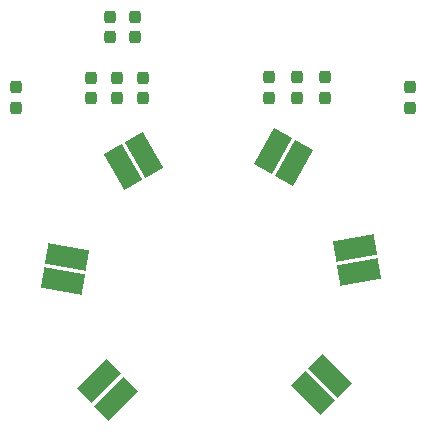
<source format=gtp>
G04 #@! TF.GenerationSoftware,KiCad,Pcbnew,(6.0.2)*
G04 #@! TF.CreationDate,2022-06-18T21:44:04-04:00*
G04 #@! TF.ProjectId,Foras Promineo CLR PCB,466f7261-7320-4507-926f-6d696e656f20,rev?*
G04 #@! TF.SameCoordinates,PX4c4b400PY6a92b70*
G04 #@! TF.FileFunction,Paste,Top*
G04 #@! TF.FilePolarity,Positive*
%FSLAX46Y46*%
G04 Gerber Fmt 4.6, Leading zero omitted, Abs format (unit mm)*
G04 Created by KiCad (PCBNEW (6.0.2)) date 2022-06-18 21:44:04*
%MOMM*%
%LPD*%
G01*
G04 APERTURE LIST*
G04 Aperture macros list*
%AMRoundRect*
0 Rectangle with rounded corners*
0 $1 Rounding radius*
0 $2 $3 $4 $5 $6 $7 $8 $9 X,Y pos of 4 corners*
0 Add a 4 corners polygon primitive as box body*
4,1,4,$2,$3,$4,$5,$6,$7,$8,$9,$2,$3,0*
0 Add four circle primitives for the rounded corners*
1,1,$1+$1,$2,$3*
1,1,$1+$1,$4,$5*
1,1,$1+$1,$6,$7*
1,1,$1+$1,$8,$9*
0 Add four rect primitives between the rounded corners*
20,1,$1+$1,$2,$3,$4,$5,0*
20,1,$1+$1,$4,$5,$6,$7,0*
20,1,$1+$1,$6,$7,$8,$9,0*
20,1,$1+$1,$8,$9,$2,$3,0*%
%AMRotRect*
0 Rectangle, with rotation*
0 The origin of the aperture is its center*
0 $1 length*
0 $2 width*
0 $3 Rotation angle, in degrees counterclockwise*
0 Add horizontal line*
21,1,$1,$2,0,0,$3*%
G04 Aperture macros list end*
%ADD10RotRect,1.750000X3.500000X280.000000*%
%ADD11RotRect,1.750000X3.500000X45.000000*%
%ADD12RotRect,1.750000X3.500000X330.857000*%
%ADD13RotRect,1.750000X3.500000X80.000000*%
%ADD14RotRect,1.750000X3.500000X30.000000*%
%ADD15RotRect,1.750000X3.500000X135.000000*%
%ADD16RoundRect,0.237500X-0.237500X0.300000X-0.237500X-0.300000X0.237500X-0.300000X0.237500X0.300000X0*%
%ADD17RoundRect,0.237500X0.237500X-0.300000X0.237500X0.300000X-0.237500X0.300000X-0.237500X-0.300000X0*%
G04 APERTURE END LIST*
D10*
G04 #@! TO.C,D2*
X12487989Y24591572D03*
X12132011Y26610428D03*
G04 #@! TD*
D11*
G04 #@! TO.C,D3*
X10013784Y15790784D03*
X8564216Y14341216D03*
G04 #@! TD*
D12*
G04 #@! TO.C,D1*
X6982242Y33848834D03*
X5191758Y34847166D03*
G04 #@! TD*
D13*
G04 #@! TO.C,D5*
X-12243011Y25839428D03*
X-12598989Y23820572D03*
G04 #@! TD*
D14*
G04 #@! TO.C,D6*
X-5762324Y34526500D03*
X-7537676Y33501500D03*
G04 #@! TD*
D15*
G04 #@! TO.C,D4*
X-9563784Y15315784D03*
X-8114216Y13866216D03*
G04 #@! TD*
D16*
G04 #@! TO.C,C1*
X-16600000Y40212500D03*
X-16600000Y38487500D03*
G04 #@! TD*
G04 #@! TO.C,C2*
X16800000Y40212500D03*
X16800000Y38487500D03*
G04 #@! TD*
D17*
G04 #@! TO.C,R2*
X4800000Y39337500D03*
X4800000Y41062500D03*
G04 #@! TD*
G04 #@! TO.C,R4*
X7200000Y39337500D03*
X7200000Y41062500D03*
G04 #@! TD*
G04 #@! TO.C,R6*
X9600000Y39337500D03*
X9600000Y41062500D03*
G04 #@! TD*
G04 #@! TO.C,R8*
X-10200000Y39287500D03*
X-10200000Y41012500D03*
G04 #@! TD*
G04 #@! TO.C,R10*
X-8000000Y39287500D03*
X-8000000Y41012500D03*
G04 #@! TD*
G04 #@! TO.C,R12*
X-5800000Y39287500D03*
X-5800000Y41012500D03*
G04 #@! TD*
G04 #@! TO.C,C5*
X-8600000Y44487500D03*
X-8600000Y46212500D03*
G04 #@! TD*
G04 #@! TO.C,C6*
X-6500000Y44487500D03*
X-6500000Y46212500D03*
G04 #@! TD*
M02*

</source>
